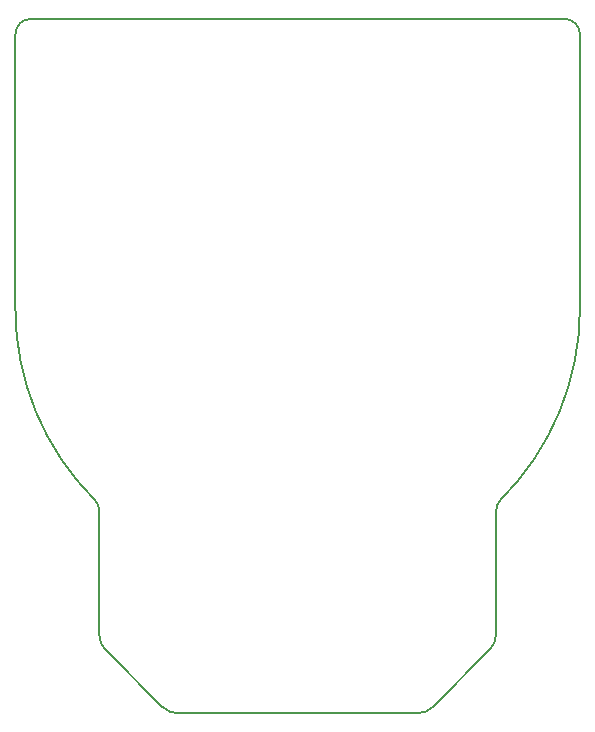
<source format=gm1>
G04*
G04 #@! TF.GenerationSoftware,Altium Limited,Altium Designer,25.0.2 (28)*
G04*
G04 Layer_Color=16711935*
%FSLAX44Y44*%
%MOMM*%
G71*
G04*
G04 #@! TF.SameCoordinates,9294F1C2-9D63-464E-A418-A043A43F256C*
G04*
G04*
G04 #@! TF.FilePolarity,Positive*
G04*
G01*
G75*
%ADD10C,0.2000*%
D10*
X368000Y-6000D02*
G03*
X381657Y-343I0J19314D01*
G01*
X429343Y47343D02*
G03*
X435000Y61000I-13657J13657D01*
G01*
X439000Y175000D02*
G03*
X435000Y165343I9657J-9657D01*
G01*
X439000Y175000D02*
G03*
X506000Y336752I-161752J161752D01*
G01*
Y569000D02*
G03*
X493000Y582000I-13000J0D01*
G01*
X41000D02*
G03*
X28000Y569000I0J-13000D01*
G01*
Y336752D02*
G03*
X95000Y175000I228752J0D01*
G01*
X99000Y165343D02*
G03*
X95000Y175000I-13657J0D01*
G01*
X99000Y61000D02*
G03*
X104657Y47343I19314J0D01*
G01*
X152343Y-343D02*
G03*
X166000Y-6000I13657J13657D01*
G01*
X381657Y-343D02*
X429343Y47343D01*
X435000Y61000D02*
Y165343D01*
X506000Y336752D02*
Y569000D01*
X283000Y582000D02*
X493000D01*
X267000Y-6000D02*
X368000D01*
X166000D02*
X267000D01*
X41000Y582000D02*
X284000D01*
X28000Y336752D02*
Y569000D01*
X99000Y61000D02*
Y165343D01*
X104657Y47343D02*
X152343Y-343D01*
M02*

</source>
